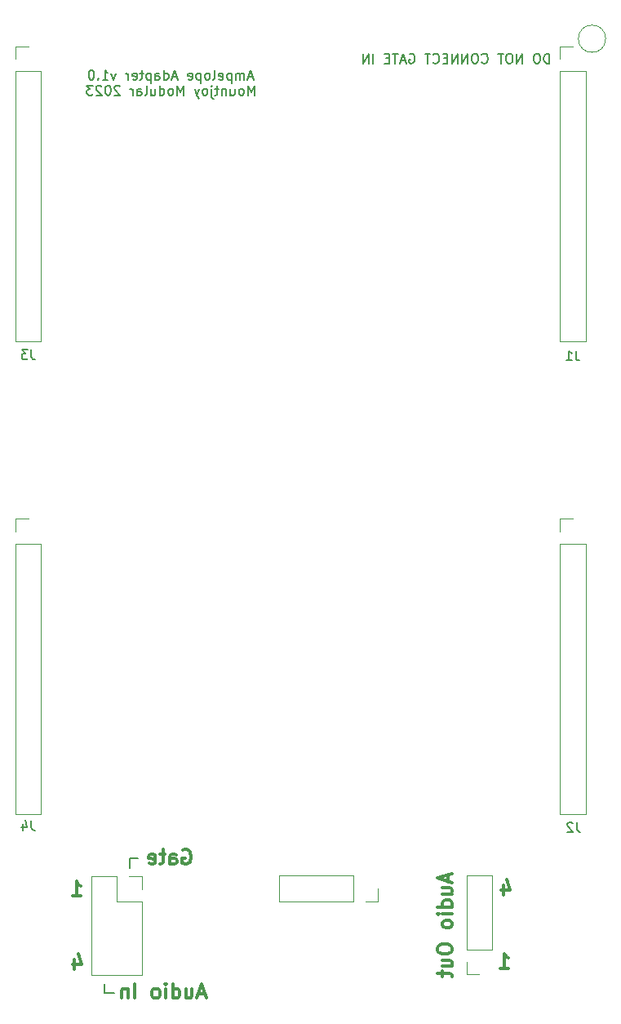
<source format=gbr>
%TF.GenerationSoftware,KiCad,Pcbnew,(6.0.11)*%
%TF.CreationDate,2023-03-03T10:10:14+00:00*%
%TF.ProjectId,Ampelope_Adapter,416d7065-6c6f-4706-955f-416461707465,rev?*%
%TF.SameCoordinates,Original*%
%TF.FileFunction,Legend,Bot*%
%TF.FilePolarity,Positive*%
%FSLAX46Y46*%
G04 Gerber Fmt 4.6, Leading zero omitted, Abs format (unit mm)*
G04 Created by KiCad (PCBNEW (6.0.11)) date 2023-03-03 10:10:14*
%MOMM*%
%LPD*%
G01*
G04 APERTURE LIST*
%ADD10C,0.150000*%
%ADD11C,0.300000*%
%ADD12C,0.120000*%
G04 APERTURE END LIST*
D10*
X109950000Y-148000000D02*
X109950000Y-148900000D01*
X110000000Y-148900000D02*
X110900000Y-148900000D01*
X113400000Y-135000000D02*
X112500000Y-135000000D01*
X112500000Y-135050000D02*
X112500000Y-135950000D01*
D11*
X106814285Y-145478571D02*
X106814285Y-146478571D01*
X107171428Y-144907142D02*
X107528571Y-145978571D01*
X106600000Y-145978571D01*
X120357142Y-149050000D02*
X119642857Y-149050000D01*
X120500000Y-149478571D02*
X120000000Y-147978571D01*
X119500000Y-149478571D01*
X118357142Y-148478571D02*
X118357142Y-149478571D01*
X119000000Y-148478571D02*
X119000000Y-149264285D01*
X118928571Y-149407142D01*
X118785714Y-149478571D01*
X118571428Y-149478571D01*
X118428571Y-149407142D01*
X118357142Y-149335714D01*
X117000000Y-149478571D02*
X117000000Y-147978571D01*
X117000000Y-149407142D02*
X117142857Y-149478571D01*
X117428571Y-149478571D01*
X117571428Y-149407142D01*
X117642857Y-149335714D01*
X117714285Y-149192857D01*
X117714285Y-148764285D01*
X117642857Y-148621428D01*
X117571428Y-148550000D01*
X117428571Y-148478571D01*
X117142857Y-148478571D01*
X117000000Y-148550000D01*
X116285714Y-149478571D02*
X116285714Y-148478571D01*
X116285714Y-147978571D02*
X116357142Y-148050000D01*
X116285714Y-148121428D01*
X116214285Y-148050000D01*
X116285714Y-147978571D01*
X116285714Y-148121428D01*
X115357142Y-149478571D02*
X115500000Y-149407142D01*
X115571428Y-149335714D01*
X115642857Y-149192857D01*
X115642857Y-148764285D01*
X115571428Y-148621428D01*
X115500000Y-148550000D01*
X115357142Y-148478571D01*
X115142857Y-148478571D01*
X115000000Y-148550000D01*
X114928571Y-148621428D01*
X114857142Y-148764285D01*
X114857142Y-149192857D01*
X114928571Y-149335714D01*
X115000000Y-149407142D01*
X115142857Y-149478571D01*
X115357142Y-149478571D01*
X113071428Y-149478571D02*
X113071428Y-147978571D01*
X112357142Y-148478571D02*
X112357142Y-149478571D01*
X112357142Y-148621428D02*
X112285714Y-148550000D01*
X112142857Y-148478571D01*
X111928571Y-148478571D01*
X111785714Y-148550000D01*
X111714285Y-148692857D01*
X111714285Y-149478571D01*
X151314285Y-137758571D02*
X151314285Y-138758571D01*
X151671428Y-137187142D02*
X152028571Y-138258571D01*
X151100000Y-138258571D01*
X106571428Y-138878571D02*
X107428571Y-138878571D01*
X107000000Y-138878571D02*
X107000000Y-137378571D01*
X107142857Y-137592857D01*
X107285714Y-137735714D01*
X107428571Y-137807142D01*
D10*
X156066666Y-52552380D02*
X156066666Y-51552380D01*
X155828571Y-51552380D01*
X155685714Y-51600000D01*
X155590476Y-51695238D01*
X155542857Y-51790476D01*
X155495238Y-51980952D01*
X155495238Y-52123809D01*
X155542857Y-52314285D01*
X155590476Y-52409523D01*
X155685714Y-52504761D01*
X155828571Y-52552380D01*
X156066666Y-52552380D01*
X154876190Y-51552380D02*
X154685714Y-51552380D01*
X154590476Y-51600000D01*
X154495238Y-51695238D01*
X154447619Y-51885714D01*
X154447619Y-52219047D01*
X154495238Y-52409523D01*
X154590476Y-52504761D01*
X154685714Y-52552380D01*
X154876190Y-52552380D01*
X154971428Y-52504761D01*
X155066666Y-52409523D01*
X155114285Y-52219047D01*
X155114285Y-51885714D01*
X155066666Y-51695238D01*
X154971428Y-51600000D01*
X154876190Y-51552380D01*
X153257142Y-52552380D02*
X153257142Y-51552380D01*
X152685714Y-52552380D01*
X152685714Y-51552380D01*
X152019047Y-51552380D02*
X151828571Y-51552380D01*
X151733333Y-51600000D01*
X151638095Y-51695238D01*
X151590476Y-51885714D01*
X151590476Y-52219047D01*
X151638095Y-52409523D01*
X151733333Y-52504761D01*
X151828571Y-52552380D01*
X152019047Y-52552380D01*
X152114285Y-52504761D01*
X152209523Y-52409523D01*
X152257142Y-52219047D01*
X152257142Y-51885714D01*
X152209523Y-51695238D01*
X152114285Y-51600000D01*
X152019047Y-51552380D01*
X151304761Y-51552380D02*
X150733333Y-51552380D01*
X151019047Y-52552380D02*
X151019047Y-51552380D01*
X149066666Y-52457142D02*
X149114285Y-52504761D01*
X149257142Y-52552380D01*
X149352380Y-52552380D01*
X149495238Y-52504761D01*
X149590476Y-52409523D01*
X149638095Y-52314285D01*
X149685714Y-52123809D01*
X149685714Y-51980952D01*
X149638095Y-51790476D01*
X149590476Y-51695238D01*
X149495238Y-51600000D01*
X149352380Y-51552380D01*
X149257142Y-51552380D01*
X149114285Y-51600000D01*
X149066666Y-51647619D01*
X148447619Y-51552380D02*
X148257142Y-51552380D01*
X148161904Y-51600000D01*
X148066666Y-51695238D01*
X148019047Y-51885714D01*
X148019047Y-52219047D01*
X148066666Y-52409523D01*
X148161904Y-52504761D01*
X148257142Y-52552380D01*
X148447619Y-52552380D01*
X148542857Y-52504761D01*
X148638095Y-52409523D01*
X148685714Y-52219047D01*
X148685714Y-51885714D01*
X148638095Y-51695238D01*
X148542857Y-51600000D01*
X148447619Y-51552380D01*
X147590476Y-52552380D02*
X147590476Y-51552380D01*
X147019047Y-52552380D01*
X147019047Y-51552380D01*
X146542857Y-52552380D02*
X146542857Y-51552380D01*
X145971428Y-52552380D01*
X145971428Y-51552380D01*
X145495238Y-52028571D02*
X145161904Y-52028571D01*
X145019047Y-52552380D02*
X145495238Y-52552380D01*
X145495238Y-51552380D01*
X145019047Y-51552380D01*
X144019047Y-52457142D02*
X144066666Y-52504761D01*
X144209523Y-52552380D01*
X144304761Y-52552380D01*
X144447619Y-52504761D01*
X144542857Y-52409523D01*
X144590476Y-52314285D01*
X144638095Y-52123809D01*
X144638095Y-51980952D01*
X144590476Y-51790476D01*
X144542857Y-51695238D01*
X144447619Y-51600000D01*
X144304761Y-51552380D01*
X144209523Y-51552380D01*
X144066666Y-51600000D01*
X144019047Y-51647619D01*
X143733333Y-51552380D02*
X143161904Y-51552380D01*
X143447619Y-52552380D02*
X143447619Y-51552380D01*
X141542857Y-51600000D02*
X141638095Y-51552380D01*
X141780952Y-51552380D01*
X141923809Y-51600000D01*
X142019047Y-51695238D01*
X142066666Y-51790476D01*
X142114285Y-51980952D01*
X142114285Y-52123809D01*
X142066666Y-52314285D01*
X142019047Y-52409523D01*
X141923809Y-52504761D01*
X141780952Y-52552380D01*
X141685714Y-52552380D01*
X141542857Y-52504761D01*
X141495238Y-52457142D01*
X141495238Y-52123809D01*
X141685714Y-52123809D01*
X141114285Y-52266666D02*
X140638095Y-52266666D01*
X141209523Y-52552380D02*
X140876190Y-51552380D01*
X140542857Y-52552380D01*
X140352380Y-51552380D02*
X139780952Y-51552380D01*
X140066666Y-52552380D02*
X140066666Y-51552380D01*
X139447619Y-52028571D02*
X139114285Y-52028571D01*
X138971428Y-52552380D02*
X139447619Y-52552380D01*
X139447619Y-51552380D01*
X138971428Y-51552380D01*
X137780952Y-52552380D02*
X137780952Y-51552380D01*
X137304761Y-52552380D02*
X137304761Y-51552380D01*
X136733333Y-52552380D01*
X136733333Y-51552380D01*
D11*
X118057142Y-134150000D02*
X118200000Y-134078571D01*
X118414285Y-134078571D01*
X118628571Y-134150000D01*
X118771428Y-134292857D01*
X118842857Y-134435714D01*
X118914285Y-134721428D01*
X118914285Y-134935714D01*
X118842857Y-135221428D01*
X118771428Y-135364285D01*
X118628571Y-135507142D01*
X118414285Y-135578571D01*
X118271428Y-135578571D01*
X118057142Y-135507142D01*
X117985714Y-135435714D01*
X117985714Y-134935714D01*
X118271428Y-134935714D01*
X116700000Y-135578571D02*
X116700000Y-134792857D01*
X116771428Y-134650000D01*
X116914285Y-134578571D01*
X117200000Y-134578571D01*
X117342857Y-134650000D01*
X116700000Y-135507142D02*
X116842857Y-135578571D01*
X117200000Y-135578571D01*
X117342857Y-135507142D01*
X117414285Y-135364285D01*
X117414285Y-135221428D01*
X117342857Y-135078571D01*
X117200000Y-135007142D01*
X116842857Y-135007142D01*
X116700000Y-134935714D01*
X116200000Y-134578571D02*
X115628571Y-134578571D01*
X115985714Y-134078571D02*
X115985714Y-135364285D01*
X115914285Y-135507142D01*
X115771428Y-135578571D01*
X115628571Y-135578571D01*
X114557142Y-135507142D02*
X114700000Y-135578571D01*
X114985714Y-135578571D01*
X115128571Y-135507142D01*
X115200000Y-135364285D01*
X115200000Y-134792857D01*
X115128571Y-134650000D01*
X114985714Y-134578571D01*
X114700000Y-134578571D01*
X114557142Y-134650000D01*
X114485714Y-134792857D01*
X114485714Y-134935714D01*
X115200000Y-135078571D01*
D10*
X125323809Y-53961666D02*
X124847619Y-53961666D01*
X125419047Y-54247380D02*
X125085714Y-53247380D01*
X124752380Y-54247380D01*
X124419047Y-54247380D02*
X124419047Y-53580714D01*
X124419047Y-53675952D02*
X124371428Y-53628333D01*
X124276190Y-53580714D01*
X124133333Y-53580714D01*
X124038095Y-53628333D01*
X123990476Y-53723571D01*
X123990476Y-54247380D01*
X123990476Y-53723571D02*
X123942857Y-53628333D01*
X123847619Y-53580714D01*
X123704761Y-53580714D01*
X123609523Y-53628333D01*
X123561904Y-53723571D01*
X123561904Y-54247380D01*
X123085714Y-53580714D02*
X123085714Y-54580714D01*
X123085714Y-53628333D02*
X122990476Y-53580714D01*
X122800000Y-53580714D01*
X122704761Y-53628333D01*
X122657142Y-53675952D01*
X122609523Y-53771190D01*
X122609523Y-54056904D01*
X122657142Y-54152142D01*
X122704761Y-54199761D01*
X122800000Y-54247380D01*
X122990476Y-54247380D01*
X123085714Y-54199761D01*
X121800000Y-54199761D02*
X121895238Y-54247380D01*
X122085714Y-54247380D01*
X122180952Y-54199761D01*
X122228571Y-54104523D01*
X122228571Y-53723571D01*
X122180952Y-53628333D01*
X122085714Y-53580714D01*
X121895238Y-53580714D01*
X121800000Y-53628333D01*
X121752380Y-53723571D01*
X121752380Y-53818809D01*
X122228571Y-53914047D01*
X121180952Y-54247380D02*
X121276190Y-54199761D01*
X121323809Y-54104523D01*
X121323809Y-53247380D01*
X120657142Y-54247380D02*
X120752380Y-54199761D01*
X120800000Y-54152142D01*
X120847619Y-54056904D01*
X120847619Y-53771190D01*
X120800000Y-53675952D01*
X120752380Y-53628333D01*
X120657142Y-53580714D01*
X120514285Y-53580714D01*
X120419047Y-53628333D01*
X120371428Y-53675952D01*
X120323809Y-53771190D01*
X120323809Y-54056904D01*
X120371428Y-54152142D01*
X120419047Y-54199761D01*
X120514285Y-54247380D01*
X120657142Y-54247380D01*
X119895238Y-53580714D02*
X119895238Y-54580714D01*
X119895238Y-53628333D02*
X119800000Y-53580714D01*
X119609523Y-53580714D01*
X119514285Y-53628333D01*
X119466666Y-53675952D01*
X119419047Y-53771190D01*
X119419047Y-54056904D01*
X119466666Y-54152142D01*
X119514285Y-54199761D01*
X119609523Y-54247380D01*
X119800000Y-54247380D01*
X119895238Y-54199761D01*
X118609523Y-54199761D02*
X118704761Y-54247380D01*
X118895238Y-54247380D01*
X118990476Y-54199761D01*
X119038095Y-54104523D01*
X119038095Y-53723571D01*
X118990476Y-53628333D01*
X118895238Y-53580714D01*
X118704761Y-53580714D01*
X118609523Y-53628333D01*
X118561904Y-53723571D01*
X118561904Y-53818809D01*
X119038095Y-53914047D01*
X117419047Y-53961666D02*
X116942857Y-53961666D01*
X117514285Y-54247380D02*
X117180952Y-53247380D01*
X116847619Y-54247380D01*
X116085714Y-54247380D02*
X116085714Y-53247380D01*
X116085714Y-54199761D02*
X116180952Y-54247380D01*
X116371428Y-54247380D01*
X116466666Y-54199761D01*
X116514285Y-54152142D01*
X116561904Y-54056904D01*
X116561904Y-53771190D01*
X116514285Y-53675952D01*
X116466666Y-53628333D01*
X116371428Y-53580714D01*
X116180952Y-53580714D01*
X116085714Y-53628333D01*
X115180952Y-54247380D02*
X115180952Y-53723571D01*
X115228571Y-53628333D01*
X115323809Y-53580714D01*
X115514285Y-53580714D01*
X115609523Y-53628333D01*
X115180952Y-54199761D02*
X115276190Y-54247380D01*
X115514285Y-54247380D01*
X115609523Y-54199761D01*
X115657142Y-54104523D01*
X115657142Y-54009285D01*
X115609523Y-53914047D01*
X115514285Y-53866428D01*
X115276190Y-53866428D01*
X115180952Y-53818809D01*
X114704761Y-53580714D02*
X114704761Y-54580714D01*
X114704761Y-53628333D02*
X114609523Y-53580714D01*
X114419047Y-53580714D01*
X114323809Y-53628333D01*
X114276190Y-53675952D01*
X114228571Y-53771190D01*
X114228571Y-54056904D01*
X114276190Y-54152142D01*
X114323809Y-54199761D01*
X114419047Y-54247380D01*
X114609523Y-54247380D01*
X114704761Y-54199761D01*
X113942857Y-53580714D02*
X113561904Y-53580714D01*
X113800000Y-53247380D02*
X113800000Y-54104523D01*
X113752380Y-54199761D01*
X113657142Y-54247380D01*
X113561904Y-54247380D01*
X112847619Y-54199761D02*
X112942857Y-54247380D01*
X113133333Y-54247380D01*
X113228571Y-54199761D01*
X113276190Y-54104523D01*
X113276190Y-53723571D01*
X113228571Y-53628333D01*
X113133333Y-53580714D01*
X112942857Y-53580714D01*
X112847619Y-53628333D01*
X112800000Y-53723571D01*
X112800000Y-53818809D01*
X113276190Y-53914047D01*
X112371428Y-54247380D02*
X112371428Y-53580714D01*
X112371428Y-53771190D02*
X112323809Y-53675952D01*
X112276190Y-53628333D01*
X112180952Y-53580714D01*
X112085714Y-53580714D01*
X111085714Y-53580714D02*
X110847619Y-54247380D01*
X110609523Y-53580714D01*
X109704761Y-54247380D02*
X110276190Y-54247380D01*
X109990476Y-54247380D02*
X109990476Y-53247380D01*
X110085714Y-53390238D01*
X110180952Y-53485476D01*
X110276190Y-53533095D01*
X109276190Y-54152142D02*
X109228571Y-54199761D01*
X109276190Y-54247380D01*
X109323809Y-54199761D01*
X109276190Y-54152142D01*
X109276190Y-54247380D01*
X108609523Y-53247380D02*
X108514285Y-53247380D01*
X108419047Y-53295000D01*
X108371428Y-53342619D01*
X108323809Y-53437857D01*
X108276190Y-53628333D01*
X108276190Y-53866428D01*
X108323809Y-54056904D01*
X108371428Y-54152142D01*
X108419047Y-54199761D01*
X108514285Y-54247380D01*
X108609523Y-54247380D01*
X108704761Y-54199761D01*
X108752380Y-54152142D01*
X108800000Y-54056904D01*
X108847619Y-53866428D01*
X108847619Y-53628333D01*
X108800000Y-53437857D01*
X108752380Y-53342619D01*
X108704761Y-53295000D01*
X108609523Y-53247380D01*
X125466666Y-55857380D02*
X125466666Y-54857380D01*
X125133333Y-55571666D01*
X124800000Y-54857380D01*
X124800000Y-55857380D01*
X124180952Y-55857380D02*
X124276190Y-55809761D01*
X124323809Y-55762142D01*
X124371428Y-55666904D01*
X124371428Y-55381190D01*
X124323809Y-55285952D01*
X124276190Y-55238333D01*
X124180952Y-55190714D01*
X124038095Y-55190714D01*
X123942857Y-55238333D01*
X123895238Y-55285952D01*
X123847619Y-55381190D01*
X123847619Y-55666904D01*
X123895238Y-55762142D01*
X123942857Y-55809761D01*
X124038095Y-55857380D01*
X124180952Y-55857380D01*
X122990476Y-55190714D02*
X122990476Y-55857380D01*
X123419047Y-55190714D02*
X123419047Y-55714523D01*
X123371428Y-55809761D01*
X123276190Y-55857380D01*
X123133333Y-55857380D01*
X123038095Y-55809761D01*
X122990476Y-55762142D01*
X122514285Y-55190714D02*
X122514285Y-55857380D01*
X122514285Y-55285952D02*
X122466666Y-55238333D01*
X122371428Y-55190714D01*
X122228571Y-55190714D01*
X122133333Y-55238333D01*
X122085714Y-55333571D01*
X122085714Y-55857380D01*
X121752380Y-55190714D02*
X121371428Y-55190714D01*
X121609523Y-54857380D02*
X121609523Y-55714523D01*
X121561904Y-55809761D01*
X121466666Y-55857380D01*
X121371428Y-55857380D01*
X121038095Y-55190714D02*
X121038095Y-56047857D01*
X121085714Y-56143095D01*
X121180952Y-56190714D01*
X121228571Y-56190714D01*
X121038095Y-54857380D02*
X121085714Y-54905000D01*
X121038095Y-54952619D01*
X120990476Y-54905000D01*
X121038095Y-54857380D01*
X121038095Y-54952619D01*
X120419047Y-55857380D02*
X120514285Y-55809761D01*
X120561904Y-55762142D01*
X120609523Y-55666904D01*
X120609523Y-55381190D01*
X120561904Y-55285952D01*
X120514285Y-55238333D01*
X120419047Y-55190714D01*
X120276190Y-55190714D01*
X120180952Y-55238333D01*
X120133333Y-55285952D01*
X120085714Y-55381190D01*
X120085714Y-55666904D01*
X120133333Y-55762142D01*
X120180952Y-55809761D01*
X120276190Y-55857380D01*
X120419047Y-55857380D01*
X119752380Y-55190714D02*
X119514285Y-55857380D01*
X119276190Y-55190714D02*
X119514285Y-55857380D01*
X119609523Y-56095476D01*
X119657142Y-56143095D01*
X119752380Y-56190714D01*
X118133333Y-55857380D02*
X118133333Y-54857380D01*
X117800000Y-55571666D01*
X117466666Y-54857380D01*
X117466666Y-55857380D01*
X116847619Y-55857380D02*
X116942857Y-55809761D01*
X116990476Y-55762142D01*
X117038095Y-55666904D01*
X117038095Y-55381190D01*
X116990476Y-55285952D01*
X116942857Y-55238333D01*
X116847619Y-55190714D01*
X116704761Y-55190714D01*
X116609523Y-55238333D01*
X116561904Y-55285952D01*
X116514285Y-55381190D01*
X116514285Y-55666904D01*
X116561904Y-55762142D01*
X116609523Y-55809761D01*
X116704761Y-55857380D01*
X116847619Y-55857380D01*
X115657142Y-55857380D02*
X115657142Y-54857380D01*
X115657142Y-55809761D02*
X115752380Y-55857380D01*
X115942857Y-55857380D01*
X116038095Y-55809761D01*
X116085714Y-55762142D01*
X116133333Y-55666904D01*
X116133333Y-55381190D01*
X116085714Y-55285952D01*
X116038095Y-55238333D01*
X115942857Y-55190714D01*
X115752380Y-55190714D01*
X115657142Y-55238333D01*
X114752380Y-55190714D02*
X114752380Y-55857380D01*
X115180952Y-55190714D02*
X115180952Y-55714523D01*
X115133333Y-55809761D01*
X115038095Y-55857380D01*
X114895238Y-55857380D01*
X114800000Y-55809761D01*
X114752380Y-55762142D01*
X114133333Y-55857380D02*
X114228571Y-55809761D01*
X114276190Y-55714523D01*
X114276190Y-54857380D01*
X113323809Y-55857380D02*
X113323809Y-55333571D01*
X113371428Y-55238333D01*
X113466666Y-55190714D01*
X113657142Y-55190714D01*
X113752380Y-55238333D01*
X113323809Y-55809761D02*
X113419047Y-55857380D01*
X113657142Y-55857380D01*
X113752380Y-55809761D01*
X113800000Y-55714523D01*
X113800000Y-55619285D01*
X113752380Y-55524047D01*
X113657142Y-55476428D01*
X113419047Y-55476428D01*
X113323809Y-55428809D01*
X112847619Y-55857380D02*
X112847619Y-55190714D01*
X112847619Y-55381190D02*
X112800000Y-55285952D01*
X112752380Y-55238333D01*
X112657142Y-55190714D01*
X112561904Y-55190714D01*
X111514285Y-54952619D02*
X111466666Y-54905000D01*
X111371428Y-54857380D01*
X111133333Y-54857380D01*
X111038095Y-54905000D01*
X110990476Y-54952619D01*
X110942857Y-55047857D01*
X110942857Y-55143095D01*
X110990476Y-55285952D01*
X111561904Y-55857380D01*
X110942857Y-55857380D01*
X110323809Y-54857380D02*
X110228571Y-54857380D01*
X110133333Y-54905000D01*
X110085714Y-54952619D01*
X110038095Y-55047857D01*
X109990476Y-55238333D01*
X109990476Y-55476428D01*
X110038095Y-55666904D01*
X110085714Y-55762142D01*
X110133333Y-55809761D01*
X110228571Y-55857380D01*
X110323809Y-55857380D01*
X110419047Y-55809761D01*
X110466666Y-55762142D01*
X110514285Y-55666904D01*
X110561904Y-55476428D01*
X110561904Y-55238333D01*
X110514285Y-55047857D01*
X110466666Y-54952619D01*
X110419047Y-54905000D01*
X110323809Y-54857380D01*
X109609523Y-54952619D02*
X109561904Y-54905000D01*
X109466666Y-54857380D01*
X109228571Y-54857380D01*
X109133333Y-54905000D01*
X109085714Y-54952619D01*
X109038095Y-55047857D01*
X109038095Y-55143095D01*
X109085714Y-55285952D01*
X109657142Y-55857380D01*
X109038095Y-55857380D01*
X108704761Y-54857380D02*
X108085714Y-54857380D01*
X108419047Y-55238333D01*
X108276190Y-55238333D01*
X108180952Y-55285952D01*
X108133333Y-55333571D01*
X108085714Y-55428809D01*
X108085714Y-55666904D01*
X108133333Y-55762142D01*
X108180952Y-55809761D01*
X108276190Y-55857380D01*
X108561904Y-55857380D01*
X108657142Y-55809761D01*
X108704761Y-55762142D01*
D11*
X145550000Y-136685714D02*
X145550000Y-137400000D01*
X145978571Y-136542857D02*
X144478571Y-137042857D01*
X145978571Y-137542857D01*
X144978571Y-138685714D02*
X145978571Y-138685714D01*
X144978571Y-138042857D02*
X145764285Y-138042857D01*
X145907142Y-138114285D01*
X145978571Y-138257142D01*
X145978571Y-138471428D01*
X145907142Y-138614285D01*
X145835714Y-138685714D01*
X145978571Y-140042857D02*
X144478571Y-140042857D01*
X145907142Y-140042857D02*
X145978571Y-139900000D01*
X145978571Y-139614285D01*
X145907142Y-139471428D01*
X145835714Y-139400000D01*
X145692857Y-139328571D01*
X145264285Y-139328571D01*
X145121428Y-139400000D01*
X145050000Y-139471428D01*
X144978571Y-139614285D01*
X144978571Y-139900000D01*
X145050000Y-140042857D01*
X145978571Y-140757142D02*
X144978571Y-140757142D01*
X144478571Y-140757142D02*
X144550000Y-140685714D01*
X144621428Y-140757142D01*
X144550000Y-140828571D01*
X144478571Y-140757142D01*
X144621428Y-140757142D01*
X145978571Y-141685714D02*
X145907142Y-141542857D01*
X145835714Y-141471428D01*
X145692857Y-141400000D01*
X145264285Y-141400000D01*
X145121428Y-141471428D01*
X145050000Y-141542857D01*
X144978571Y-141685714D01*
X144978571Y-141900000D01*
X145050000Y-142042857D01*
X145121428Y-142114285D01*
X145264285Y-142185714D01*
X145692857Y-142185714D01*
X145835714Y-142114285D01*
X145907142Y-142042857D01*
X145978571Y-141900000D01*
X145978571Y-141685714D01*
X144478571Y-144257142D02*
X144478571Y-144542857D01*
X144550000Y-144685714D01*
X144692857Y-144828571D01*
X144978571Y-144900000D01*
X145478571Y-144900000D01*
X145764285Y-144828571D01*
X145907142Y-144685714D01*
X145978571Y-144542857D01*
X145978571Y-144257142D01*
X145907142Y-144114285D01*
X145764285Y-143971428D01*
X145478571Y-143900000D01*
X144978571Y-143900000D01*
X144692857Y-143971428D01*
X144550000Y-144114285D01*
X144478571Y-144257142D01*
X144978571Y-146185714D02*
X145978571Y-146185714D01*
X144978571Y-145542857D02*
X145764285Y-145542857D01*
X145907142Y-145614285D01*
X145978571Y-145757142D01*
X145978571Y-145971428D01*
X145907142Y-146114285D01*
X145835714Y-146185714D01*
X144978571Y-146685714D02*
X144978571Y-147257142D01*
X144478571Y-146900000D02*
X145764285Y-146900000D01*
X145907142Y-146971428D01*
X145978571Y-147114285D01*
X145978571Y-147257142D01*
X150971428Y-146358571D02*
X151828571Y-146358571D01*
X151400000Y-146358571D02*
X151400000Y-144858571D01*
X151542857Y-145072857D01*
X151685714Y-145215714D01*
X151828571Y-145287142D01*
D10*
X158933333Y-131252380D02*
X158933333Y-131966666D01*
X158980952Y-132109523D01*
X159076190Y-132204761D01*
X159219047Y-132252380D01*
X159314285Y-132252380D01*
X158504761Y-131347619D02*
X158457142Y-131300000D01*
X158361904Y-131252380D01*
X158123809Y-131252380D01*
X158028571Y-131300000D01*
X157980952Y-131347619D01*
X157933333Y-131442857D01*
X157933333Y-131538095D01*
X157980952Y-131680952D01*
X158552380Y-132252380D01*
X157933333Y-132252380D01*
X102333333Y-131052380D02*
X102333333Y-131766666D01*
X102380952Y-131909523D01*
X102476190Y-132004761D01*
X102619047Y-132052380D01*
X102714285Y-132052380D01*
X101428571Y-131385714D02*
X101428571Y-132052380D01*
X101666666Y-131004761D02*
X101904761Y-131719047D01*
X101285714Y-131719047D01*
X158833333Y-82352380D02*
X158833333Y-83066666D01*
X158880952Y-83209523D01*
X158976190Y-83304761D01*
X159119047Y-83352380D01*
X159214285Y-83352380D01*
X157833333Y-83352380D02*
X158404761Y-83352380D01*
X158119047Y-83352380D02*
X158119047Y-82352380D01*
X158214285Y-82495238D01*
X158309523Y-82590476D01*
X158404761Y-82638095D01*
X102333333Y-82252380D02*
X102333333Y-82966666D01*
X102380952Y-83109523D01*
X102476190Y-83204761D01*
X102619047Y-83252380D01*
X102714285Y-83252380D01*
X101952380Y-82252380D02*
X101333333Y-82252380D01*
X101666666Y-82633333D01*
X101523809Y-82633333D01*
X101428571Y-82680952D01*
X101380952Y-82728571D01*
X101333333Y-82823809D01*
X101333333Y-83061904D01*
X101380952Y-83157142D01*
X101428571Y-83204761D01*
X101523809Y-83252380D01*
X101809523Y-83252380D01*
X101904761Y-83204761D01*
X101952380Y-83157142D01*
D12*
X135710000Y-136770000D02*
X128030000Y-136770000D01*
X136980000Y-139430000D02*
X138310000Y-139430000D01*
X128030000Y-139430000D02*
X128030000Y-136770000D01*
X135710000Y-139430000D02*
X135710000Y-136770000D01*
X138310000Y-139430000D02*
X138310000Y-138100000D01*
X135710000Y-139430000D02*
X128030000Y-139430000D01*
X159830000Y-102370000D02*
X157170000Y-102370000D01*
X159830000Y-130370000D02*
X157170000Y-130370000D01*
X158500000Y-99770000D02*
X157170000Y-99770000D01*
X157170000Y-102370000D02*
X157170000Y-130370000D01*
X159830000Y-102370000D02*
X159830000Y-130370000D01*
X157170000Y-99770000D02*
X157170000Y-101100000D01*
X147470000Y-144410000D02*
X147470000Y-136730000D01*
X150130000Y-144410000D02*
X150130000Y-136730000D01*
X147470000Y-136730000D02*
X150130000Y-136730000D01*
X147470000Y-145680000D02*
X147470000Y-147010000D01*
X147470000Y-144410000D02*
X150130000Y-144410000D01*
X147470000Y-147010000D02*
X148800000Y-147010000D01*
X161914214Y-50000000D02*
G75*
G03*
X161914214Y-50000000I-1414214J0D01*
G01*
X113770000Y-139430000D02*
X111170000Y-139430000D01*
X113770000Y-147110000D02*
X108570000Y-147110000D01*
X113770000Y-136830000D02*
X112440000Y-136830000D01*
X113770000Y-138160000D02*
X113770000Y-136830000D01*
X111170000Y-136830000D02*
X108570000Y-136830000D01*
X111170000Y-139430000D02*
X111170000Y-136830000D01*
X113770000Y-139430000D02*
X113770000Y-147110000D01*
X108570000Y-136830000D02*
X108570000Y-147110000D01*
X103330000Y-102370000D02*
X103330000Y-130370000D01*
X100670000Y-102370000D02*
X100670000Y-130370000D01*
X103330000Y-130370000D02*
X100670000Y-130370000D01*
X100670000Y-99770000D02*
X100670000Y-101100000D01*
X102000000Y-99770000D02*
X100670000Y-99770000D01*
X103330000Y-102370000D02*
X100670000Y-102370000D01*
X159830000Y-53370000D02*
X157170000Y-53370000D01*
X157170000Y-50770000D02*
X157170000Y-52100000D01*
X158500000Y-50770000D02*
X157170000Y-50770000D01*
X157170000Y-53370000D02*
X157170000Y-81370000D01*
X159830000Y-81370000D02*
X157170000Y-81370000D01*
X159830000Y-53370000D02*
X159830000Y-81370000D01*
X103330000Y-81370000D02*
X100670000Y-81370000D01*
X102000000Y-50770000D02*
X100670000Y-50770000D01*
X100670000Y-50770000D02*
X100670000Y-52100000D01*
X100670000Y-53370000D02*
X100670000Y-81370000D01*
X103330000Y-53370000D02*
X100670000Y-53370000D01*
X103330000Y-53370000D02*
X103330000Y-81370000D01*
M02*

</source>
